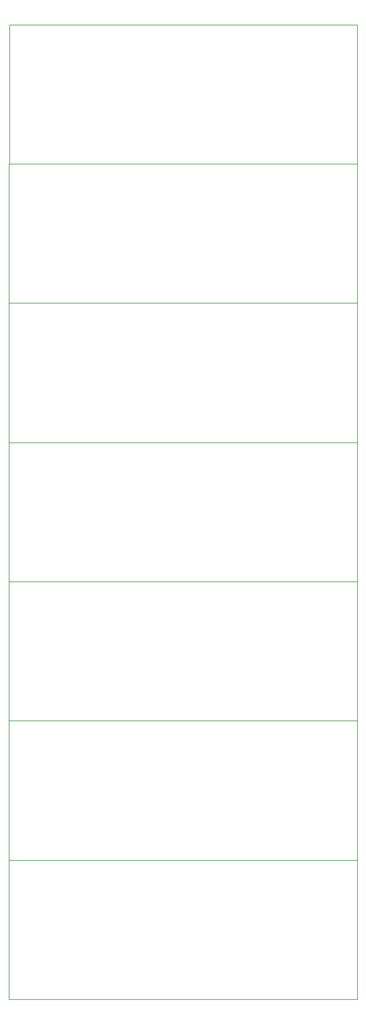
<source format=gbr>
%TF.GenerationSoftware,KiCad,Pcbnew,8.0.6*%
%TF.CreationDate,2024-12-16T09:33:37+01:00*%
%TF.ProjectId,Beecounter,42656563-6f75-46e7-9465-722e6b696361,rev?*%
%TF.SameCoordinates,Original*%
%TF.FileFunction,Other,User*%
%FSLAX46Y46*%
G04 Gerber Fmt 4.6, Leading zero omitted, Abs format (unit mm)*
G04 Created by KiCad (PCBNEW 8.0.6) date 2024-12-16 09:33:37*
%MOMM*%
%LPD*%
G01*
G04 APERTURE LIST*
%ADD10C,0.100000*%
G04 APERTURE END LIST*
D10*
X39910000Y-59930000D02*
X89975000Y-59930000D01*
X89975000Y-79940000D01*
X39910000Y-79940000D01*
X39910000Y-59930000D01*
X39885000Y-79940000D02*
X89975000Y-79940000D01*
X89975000Y-99950000D01*
X39885000Y-99950000D01*
X39885000Y-79940000D01*
X39885000Y-99950000D02*
X89975000Y-99950000D01*
X89975000Y-119960000D01*
X39885000Y-119960000D01*
X39885000Y-99950000D01*
X39885000Y-119960000D02*
X89975000Y-119960000D01*
X89975000Y-139970000D01*
X39885000Y-139970000D01*
X39885000Y-119960000D01*
X39885000Y-139970000D02*
X89975000Y-139970000D01*
X89975000Y-159980000D01*
X39885000Y-159980000D01*
X39885000Y-139970000D01*
X39885000Y-159980000D02*
X89975000Y-159980000D01*
X89975000Y-179990000D01*
X39885000Y-179990000D01*
X39885000Y-159980000D01*
X39885000Y-179990000D02*
X89975000Y-179990000D01*
X89975000Y-200000000D01*
X39885000Y-200000000D01*
X39885000Y-179990000D01*
M02*

</source>
